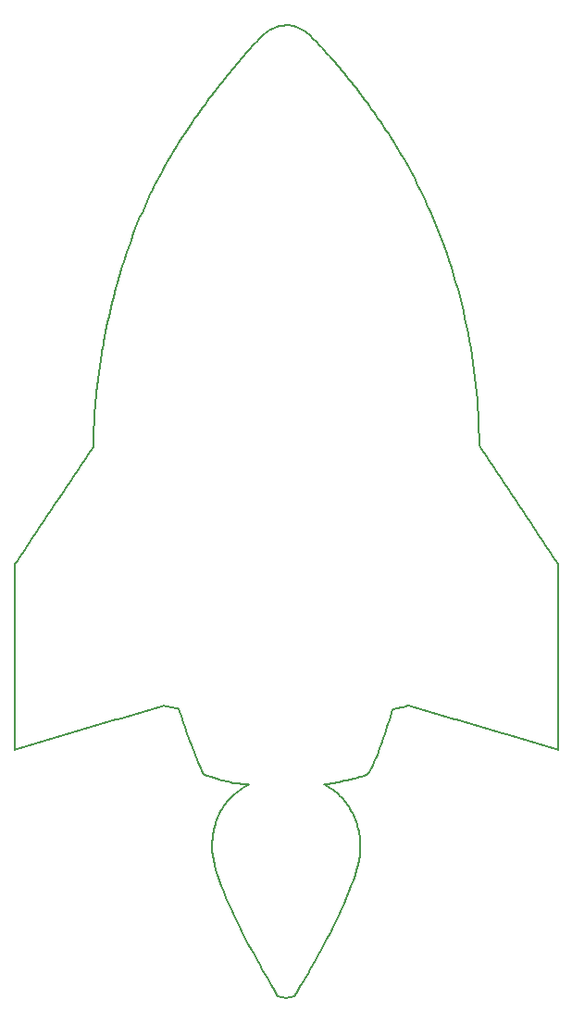
<source format=gbr>
%TF.GenerationSoftware,KiCad,Pcbnew,(6.0.6)*%
%TF.CreationDate,2022-06-26T18:56:54+02:00*%
%TF.ProjectId,rocket,726f636b-6574-42e6-9b69-6361645f7063,rev?*%
%TF.SameCoordinates,Original*%
%TF.FileFunction,Profile,NP*%
%FSLAX46Y46*%
G04 Gerber Fmt 4.6, Leading zero omitted, Abs format (unit mm)*
G04 Created by KiCad (PCBNEW (6.0.6)) date 2022-06-26 18:56:54*
%MOMM*%
%LPD*%
G01*
G04 APERTURE LIST*
%TA.AperFunction,Profile*%
%ADD10C,0.200000*%
%TD*%
%ADD11C,0.200000*%
G04 APERTURE END LIST*
D10*
X119131085Y-99706371D02*
X119131085Y-99706371D01*
X113200000Y-119760364D02*
X113961621Y-119532118D01*
X112438380Y-119532118D02*
X113200000Y-119760364D01*
D11*
X116655692Y-100200000D02*
X116901021Y-100157764D01*
X117107825Y-100122271D01*
X117345041Y-100080902D01*
X117565146Y-100040637D01*
X117797500Y-99995258D01*
X117997466Y-99954126D01*
X118233223Y-99903996D01*
X118517158Y-99842244D01*
X118739329Y-99793323D01*
X118992088Y-99737294D01*
X119131085Y-99706371D01*
X119987069Y-105906260D02*
X119982802Y-105660899D01*
X119970134Y-105418294D01*
X119949260Y-105178602D01*
X119920375Y-104941978D01*
X119883677Y-104708580D01*
X119839362Y-104478566D01*
X119787625Y-104252092D01*
X119728662Y-104029315D01*
X119662670Y-103810392D01*
X119589844Y-103595480D01*
X119510381Y-103384736D01*
X119424477Y-103178317D01*
X119332328Y-102976381D01*
X119234129Y-102779083D01*
X119130078Y-102586582D01*
X119020370Y-102399034D01*
X118905200Y-102216596D01*
X118784766Y-102039425D01*
X118659264Y-101867678D01*
X118528888Y-101701512D01*
X118393836Y-101541085D01*
X118254304Y-101386552D01*
X118110487Y-101238072D01*
X117962582Y-101095801D01*
X117810785Y-100959896D01*
X117655292Y-100830514D01*
X117496298Y-100707812D01*
X117168595Y-100483077D01*
X116829244Y-100286946D01*
X116655692Y-100200000D01*
X113961621Y-119532118D02*
X114130878Y-119256291D01*
X114252959Y-119055292D01*
X114397518Y-118815389D01*
X114562685Y-118538948D01*
X114746594Y-118228333D01*
X114947377Y-117885911D01*
X115163165Y-117514046D01*
X115392091Y-117115105D01*
X115632287Y-116691451D01*
X115881884Y-116245450D01*
X116139015Y-115779468D01*
X116401811Y-115295870D01*
X116668406Y-114797021D01*
X116936930Y-114285287D01*
X117205517Y-113763032D01*
X117472297Y-113232622D01*
X117735403Y-112696423D01*
X117992968Y-112156799D01*
X118243122Y-111616115D01*
X118483999Y-111076738D01*
X118713729Y-110541032D01*
X118930446Y-110011363D01*
X119132282Y-109490096D01*
X119317367Y-108979596D01*
X119483836Y-108482228D01*
X119629818Y-108000358D01*
X119753447Y-107536351D01*
X119852854Y-107092573D01*
X119926173Y-106671388D01*
X119971533Y-106275162D01*
X119987069Y-105906260D01*
D10*
X88358012Y-80049559D02*
X88358012Y-96994746D01*
D11*
X106412932Y-105906260D02*
X106428467Y-106275179D01*
X106473828Y-106671424D01*
X106547147Y-107092630D01*
X106646556Y-107536430D01*
X106770186Y-108000459D01*
X106916170Y-108482352D01*
X107082640Y-108979743D01*
X107267728Y-109490267D01*
X107469565Y-110011557D01*
X107686284Y-110541249D01*
X107916017Y-111076977D01*
X108156896Y-111616375D01*
X108407053Y-112157077D01*
X108664619Y-112696719D01*
X108927727Y-113232934D01*
X109194509Y-113763358D01*
X109463097Y-114285623D01*
X109731623Y-114797366D01*
X109998218Y-115296220D01*
X110261016Y-115779819D01*
X110518147Y-116245799D01*
X110767744Y-116691793D01*
X111007939Y-117115437D01*
X111236864Y-117514364D01*
X111452650Y-117886209D01*
X111653431Y-118228606D01*
X111837338Y-118539190D01*
X112002502Y-118815595D01*
X112147057Y-119055456D01*
X112269133Y-119256407D01*
X112438380Y-119532118D01*
X109744309Y-100200000D02*
X109553261Y-100301286D01*
X109366954Y-100408209D01*
X109185475Y-100520704D01*
X109008910Y-100638703D01*
X108837346Y-100762140D01*
X108670870Y-100890947D01*
X108509569Y-101025058D01*
X108353530Y-101164406D01*
X108202840Y-101308924D01*
X108057585Y-101458546D01*
X107917852Y-101613205D01*
X107783729Y-101772834D01*
X107655302Y-101937366D01*
X107532657Y-102106734D01*
X107415882Y-102280872D01*
X107305064Y-102459713D01*
X107200289Y-102643189D01*
X107101645Y-102831236D01*
X107009217Y-103023784D01*
X106923093Y-103220769D01*
X106843361Y-103422122D01*
X106770106Y-103627777D01*
X106703415Y-103837668D01*
X106643376Y-104051728D01*
X106590075Y-104269889D01*
X106543599Y-104492085D01*
X106504034Y-104718250D01*
X106471469Y-104948316D01*
X106445989Y-105182217D01*
X106427682Y-105419885D01*
X106416634Y-105661255D01*
X106412932Y-105906260D01*
X105688789Y-99310334D02*
X106013704Y-99404546D01*
X106308485Y-99492368D01*
X106577546Y-99574067D01*
X106825304Y-99649908D01*
X107056176Y-99720157D01*
X107274578Y-99785081D01*
X107484926Y-99844947D01*
X107691636Y-99900019D01*
X107899124Y-99950565D01*
X108111807Y-99996850D01*
X108334102Y-100039141D01*
X108570423Y-100077704D01*
X108825189Y-100112805D01*
X109102814Y-100144710D01*
X109407715Y-100173687D01*
X109744309Y-100200000D01*
X105311557Y-98495842D02*
X105405159Y-98699781D01*
X105499339Y-98903451D01*
X105593935Y-99106939D01*
X105688789Y-99310334D01*
X103350897Y-93255797D02*
X103461542Y-93587584D01*
X103572859Y-93919224D01*
X103685043Y-94250627D01*
X103798291Y-94581702D01*
X103912798Y-94912357D01*
X104028760Y-95242501D01*
X104146373Y-95572043D01*
X104265834Y-95900893D01*
X104387338Y-96228960D01*
X104511082Y-96556152D01*
X104637262Y-96882378D01*
X104766073Y-97207548D01*
X104897712Y-97531570D01*
X105032375Y-97854354D01*
X105170258Y-98175808D01*
X105311557Y-98495842D01*
X101975508Y-92981082D02*
X102190412Y-93024006D01*
X102405317Y-93066930D01*
X102620222Y-93109854D01*
X102835126Y-93152778D01*
X103050031Y-93195702D01*
X103264935Y-93238627D01*
X103350897Y-93255797D01*
X88358012Y-96994746D02*
X88783559Y-96869322D01*
X89209107Y-96743898D01*
X89634654Y-96618473D01*
X90060202Y-96493048D01*
X90485749Y-96367622D01*
X90911296Y-96242197D01*
X91336843Y-96116771D01*
X91762390Y-95991344D01*
X92187937Y-95865918D01*
X92613484Y-95740491D01*
X93039030Y-95615064D01*
X93464577Y-95489636D01*
X93890124Y-95364209D01*
X94315670Y-95238781D01*
X94741217Y-95113353D01*
X95166763Y-94987925D01*
X95592310Y-94862497D01*
X96017856Y-94737069D01*
X96443403Y-94611641D01*
X96868949Y-94486213D01*
X97294495Y-94360784D01*
X97720042Y-94235356D01*
X98145588Y-94109928D01*
X98571135Y-93984500D01*
X98996681Y-93859072D01*
X99422228Y-93733644D01*
X99847774Y-93608217D01*
X100273321Y-93482789D01*
X100698867Y-93357362D01*
X101124414Y-93231935D01*
X101549961Y-93106508D01*
X101975508Y-92981082D01*
D10*
X138041484Y-96992714D02*
X138041484Y-80052608D01*
D11*
X95526307Y-69367231D02*
X95302299Y-69701054D01*
X95078290Y-70034878D01*
X94854281Y-70368700D01*
X94630271Y-70702522D01*
X94406260Y-71036344D01*
X94182248Y-71370165D01*
X93958236Y-71703986D01*
X93734223Y-72037806D01*
X93510210Y-72371627D01*
X93286197Y-72705447D01*
X93062183Y-73039266D01*
X92838170Y-73373086D01*
X92614156Y-73706906D01*
X92390143Y-74040726D01*
X92166129Y-74374546D01*
X91942116Y-74708366D01*
X91718103Y-75042186D01*
X91494091Y-75376007D01*
X91270079Y-75709828D01*
X91046068Y-76043649D01*
X90822057Y-76377471D01*
X90598048Y-76711293D01*
X90374039Y-77045116D01*
X90150031Y-77378940D01*
X89926024Y-77712764D01*
X89702018Y-78046589D01*
X89478013Y-78380415D01*
X89254010Y-78714242D01*
X89030008Y-79048069D01*
X88806008Y-79381898D01*
X88582009Y-79715728D01*
X88358012Y-80049559D01*
X96511337Y-59678437D02*
X96457005Y-59978187D01*
X96404131Y-60278206D01*
X96352720Y-60578488D01*
X96302780Y-60879024D01*
X96254314Y-61179807D01*
X96207331Y-61480830D01*
X96161837Y-61782086D01*
X96117836Y-62083566D01*
X96075337Y-62385263D01*
X96034344Y-62687171D01*
X95994865Y-62989281D01*
X95956904Y-63291586D01*
X95920469Y-63594079D01*
X95885566Y-63896753D01*
X95852201Y-64199599D01*
X95820380Y-64502610D01*
X95790109Y-64805780D01*
X95761395Y-65109100D01*
X95734244Y-65412563D01*
X95708661Y-65716162D01*
X95684654Y-66019889D01*
X95662228Y-66323737D01*
X95641389Y-66627699D01*
X95622145Y-66931766D01*
X95604500Y-67235932D01*
X95588461Y-67540189D01*
X95574035Y-67844530D01*
X95561227Y-68148947D01*
X95550044Y-68453434D01*
X95540492Y-68757981D01*
X95532578Y-69062582D01*
X95526307Y-69367231D01*
X100958957Y-45807786D02*
X100760204Y-46219024D01*
X100565654Y-46632160D01*
X100375273Y-47047148D01*
X100189025Y-47463941D01*
X100006877Y-47882492D01*
X99828793Y-48302756D01*
X99654738Y-48724685D01*
X99484678Y-49148233D01*
X99318577Y-49573355D01*
X99156403Y-50000003D01*
X98998118Y-50428130D01*
X98843690Y-50857692D01*
X98693082Y-51288640D01*
X98546261Y-51720929D01*
X98403191Y-52154512D01*
X98263839Y-52589343D01*
X98128168Y-53025375D01*
X97996145Y-53462562D01*
X97867734Y-53900858D01*
X97742901Y-54340215D01*
X97621611Y-54780588D01*
X97503830Y-55221931D01*
X97389522Y-55664195D01*
X97278654Y-56107337D01*
X97171189Y-56551307D01*
X97067094Y-56996062D01*
X96966334Y-57441553D01*
X96868873Y-57887734D01*
X96774678Y-58334560D01*
X96683713Y-58781983D01*
X96595944Y-59229957D01*
X96511337Y-59678437D01*
X106560905Y-36926686D02*
X106362622Y-37188474D01*
X106165493Y-37451203D01*
X105969550Y-37714881D01*
X105774830Y-37979514D01*
X105581365Y-38245111D01*
X105389192Y-38511678D01*
X105198344Y-38779224D01*
X105008856Y-39047755D01*
X104820762Y-39317280D01*
X104634098Y-39587805D01*
X104448897Y-39859339D01*
X104265194Y-40131889D01*
X104083024Y-40405462D01*
X103902421Y-40680065D01*
X103723420Y-40955708D01*
X103546056Y-41232396D01*
X103370362Y-41510138D01*
X103196374Y-41788940D01*
X103024125Y-42068811D01*
X102853651Y-42349758D01*
X102684987Y-42631789D01*
X102518166Y-42914911D01*
X102353223Y-43199131D01*
X102190193Y-43484457D01*
X102029110Y-43770896D01*
X101870009Y-44058457D01*
X101712924Y-44347147D01*
X101557891Y-44636972D01*
X101404943Y-44927941D01*
X101254114Y-45220061D01*
X101105441Y-45513340D01*
X100958957Y-45807786D01*
X111138173Y-31591332D02*
X110982526Y-31746680D01*
X110827954Y-31903040D01*
X110674430Y-32060383D01*
X110521928Y-32218682D01*
X110370422Y-32377909D01*
X110219886Y-32538036D01*
X110070294Y-32699035D01*
X109921619Y-32860880D01*
X109773836Y-33023542D01*
X109626918Y-33186993D01*
X109480840Y-33351207D01*
X109335575Y-33516154D01*
X109191097Y-33681809D01*
X109047381Y-33848142D01*
X108904399Y-34015126D01*
X108762127Y-34182734D01*
X108620537Y-34350938D01*
X108479604Y-34519710D01*
X108339302Y-34689023D01*
X108199605Y-34858848D01*
X108060486Y-35029159D01*
X107921920Y-35199927D01*
X107783880Y-35371126D01*
X107646340Y-35542726D01*
X107509275Y-35714701D01*
X107372658Y-35887022D01*
X107236463Y-36059663D01*
X107100663Y-36232595D01*
X106965234Y-36405791D01*
X106830148Y-36579223D01*
X106695381Y-36752864D01*
X106560905Y-36926686D01*
X113153159Y-30761675D02*
X112946333Y-30780970D01*
X112741343Y-30813723D01*
X112538837Y-30859462D01*
X112339463Y-30917719D01*
X112143868Y-30988023D01*
X111952702Y-31069907D01*
X111766610Y-31162899D01*
X111586243Y-31266532D01*
X111412247Y-31380334D01*
X111245271Y-31503838D01*
X111138173Y-31591332D01*
X115131445Y-31479824D02*
X114972301Y-31356469D01*
X114805714Y-31242657D01*
X114632373Y-31139096D01*
X114452972Y-31046496D01*
X114268202Y-30965567D01*
X114078755Y-30897018D01*
X113885322Y-30841560D01*
X113688597Y-30799901D01*
X113489270Y-30772752D01*
X113288035Y-30760822D01*
X113153159Y-30761675D01*
X117396773Y-33865773D02*
X117260966Y-33711306D01*
X117124692Y-33557193D01*
X116987885Y-33403511D01*
X116850481Y-33250336D01*
X116712415Y-33097746D01*
X116573621Y-32945816D01*
X116434036Y-32794625D01*
X116293594Y-32644249D01*
X116152231Y-32494766D01*
X116009882Y-32346251D01*
X115866481Y-32198782D01*
X115721965Y-32052437D01*
X115576268Y-31907291D01*
X115429325Y-31763422D01*
X115281072Y-31620908D01*
X115131445Y-31479824D01*
X123792717Y-42697221D02*
X123619838Y-42402766D01*
X123444944Y-42109559D01*
X123268060Y-41817592D01*
X123089214Y-41526862D01*
X122908434Y-41237362D01*
X122725748Y-40949086D01*
X122541182Y-40662030D01*
X122354765Y-40376188D01*
X122166523Y-40091554D01*
X121976485Y-39808123D01*
X121784678Y-39525888D01*
X121591129Y-39244846D01*
X121395866Y-38964990D01*
X121198916Y-38686314D01*
X121000308Y-38408814D01*
X120800068Y-38132484D01*
X120598223Y-37857317D01*
X120394802Y-37583309D01*
X120189832Y-37310455D01*
X119983341Y-37038748D01*
X119775355Y-36768183D01*
X119565903Y-36498754D01*
X119355011Y-36230457D01*
X119142709Y-35963286D01*
X118929022Y-35697234D01*
X118713979Y-35432297D01*
X118497606Y-35168469D01*
X118279933Y-34905745D01*
X118060985Y-34644118D01*
X117840790Y-34383585D01*
X117619377Y-34124138D01*
X117396773Y-33865773D01*
X126369701Y-47785000D02*
X126223639Y-47459671D01*
X126075752Y-47135144D01*
X125926004Y-46811456D01*
X125774357Y-46488647D01*
X125620772Y-46166753D01*
X125465212Y-45845813D01*
X125307640Y-45525865D01*
X125148018Y-45206946D01*
X124986308Y-44889095D01*
X124822472Y-44572350D01*
X124656473Y-44256748D01*
X124488274Y-43942328D01*
X124317836Y-43629127D01*
X124145123Y-43317183D01*
X123970095Y-43006535D01*
X123792717Y-42697221D01*
X130844494Y-69135199D02*
X130834925Y-68449048D01*
X130817027Y-67762979D01*
X130790792Y-67077106D01*
X130756211Y-66391544D01*
X130713278Y-65706407D01*
X130661986Y-65021807D01*
X130602326Y-64337861D01*
X130534291Y-63654681D01*
X130457875Y-62972382D01*
X130373069Y-62291078D01*
X130279865Y-61610882D01*
X130178258Y-60931910D01*
X130068238Y-60254275D01*
X129949799Y-59578091D01*
X129822934Y-58903472D01*
X129687634Y-58230533D01*
X129543892Y-57559387D01*
X129391701Y-56890149D01*
X129231054Y-56222933D01*
X129061942Y-55557852D01*
X128884359Y-54895021D01*
X128698298Y-54234554D01*
X128503749Y-53576565D01*
X128300707Y-52921168D01*
X128089164Y-52268477D01*
X127869112Y-51618607D01*
X127640544Y-50971671D01*
X127403452Y-50327783D01*
X127157830Y-49687058D01*
X126903668Y-49049610D01*
X126640961Y-48415552D01*
X126369701Y-47785000D01*
X138041484Y-80052608D02*
X137816605Y-79711420D01*
X137591722Y-79370236D01*
X137366836Y-79029053D01*
X137141947Y-78687873D01*
X136917054Y-78346695D01*
X136692159Y-78005519D01*
X136467261Y-77664345D01*
X136242360Y-77323173D01*
X136017457Y-76982002D01*
X135792551Y-76640832D01*
X135567644Y-76299664D01*
X135342735Y-75958497D01*
X135117825Y-75617331D01*
X134892913Y-75276166D01*
X134668000Y-74935002D01*
X134443086Y-74593838D01*
X134218171Y-74252675D01*
X133993256Y-73911512D01*
X133768340Y-73570350D01*
X133543424Y-73229187D01*
X133318508Y-72888025D01*
X133093593Y-72546862D01*
X132868677Y-72205699D01*
X132643763Y-71864536D01*
X132418849Y-71523372D01*
X132193937Y-71182207D01*
X131969025Y-70841042D01*
X131744115Y-70499876D01*
X131519207Y-70158708D01*
X131294300Y-69817540D01*
X131069396Y-69476370D01*
X130844494Y-69135199D01*
X124442555Y-92984809D02*
X124867521Y-93110055D01*
X125292488Y-93235302D01*
X125717454Y-93360549D01*
X126142421Y-93485796D01*
X126567387Y-93611044D01*
X126992354Y-93736291D01*
X127417320Y-93861539D01*
X127842287Y-93986786D01*
X128267253Y-94112034D01*
X128692219Y-94237282D01*
X129117186Y-94362529D01*
X129542152Y-94487777D01*
X129967118Y-94613025D01*
X130392084Y-94738273D01*
X130817051Y-94863520D01*
X131242017Y-94988768D01*
X131666983Y-95114016D01*
X132091950Y-95239263D01*
X132516916Y-95364511D01*
X132941883Y-95489758D01*
X133366849Y-95615006D01*
X133791816Y-95740253D01*
X134216782Y-95865500D01*
X134641749Y-95990746D01*
X135066715Y-96115993D01*
X135491682Y-96241240D01*
X135916649Y-96366486D01*
X136341616Y-96491732D01*
X136766582Y-96616978D01*
X137191549Y-96742223D01*
X137616516Y-96867469D01*
X138041484Y-96992714D01*
X123215540Y-93259645D02*
X123445604Y-93208113D01*
X123675670Y-93156581D01*
X123905735Y-93105049D01*
X124135801Y-93053518D01*
X124365866Y-93001986D01*
X124442555Y-92984809D01*
X122921764Y-93346153D02*
X123119755Y-93282331D01*
X123215540Y-93259645D01*
X121120060Y-98429289D02*
X121255651Y-98120307D01*
X121386326Y-97809417D01*
X121512483Y-97496778D01*
X121634517Y-97182551D01*
X121752825Y-96866895D01*
X121867804Y-96549970D01*
X121979850Y-96231937D01*
X122089361Y-95912955D01*
X122196733Y-95593185D01*
X122302363Y-95272786D01*
X122406646Y-94951918D01*
X122509981Y-94630742D01*
X122612764Y-94309418D01*
X122715390Y-93988104D01*
X122818258Y-93666963D01*
X122921764Y-93346153D01*
X120392405Y-99377235D02*
X120590322Y-99257818D01*
X120754550Y-99100519D01*
X120889871Y-98915206D01*
X121001065Y-98711745D01*
X121092915Y-98500004D01*
X121120060Y-98429289D01*
X119131085Y-99706371D02*
X119329912Y-99662035D01*
X119528751Y-99616753D01*
X119727154Y-99569377D01*
X119924670Y-99518765D01*
X120120850Y-99463770D01*
X120315246Y-99403247D01*
X120392405Y-99377235D01*
M02*

</source>
